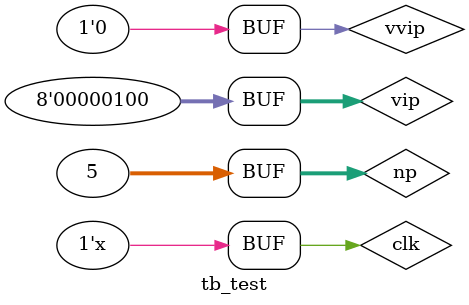
<source format=v>
`timescale 1ns / 1ps


module tb_test;

	// Inputs
	reg [31:0] np;
	reg [7:0] vip;
	reg vvip;
	reg clk;

	// Outputs
	wire res;

	// Instantiate the Unit Under Test (UUT)
	test uut (
		.np(np), 
		.vip(vip), 
		.vvip(vvip), 
		.clk(clk), 
		.res(res)
	);

	initial begin
	
		clk=1;
		// Initialize Inputs
		np = 25;
		vip = 2;
		vvip = 1;
		
		// Wait 100 ns for global reset to finish
		#10;
      np = 5;
		vip = 4;
		vvip = 0;
		  
		// Add stimulus here

	end
	
	always
     #5 clk=~clk;
endmodule


</source>
